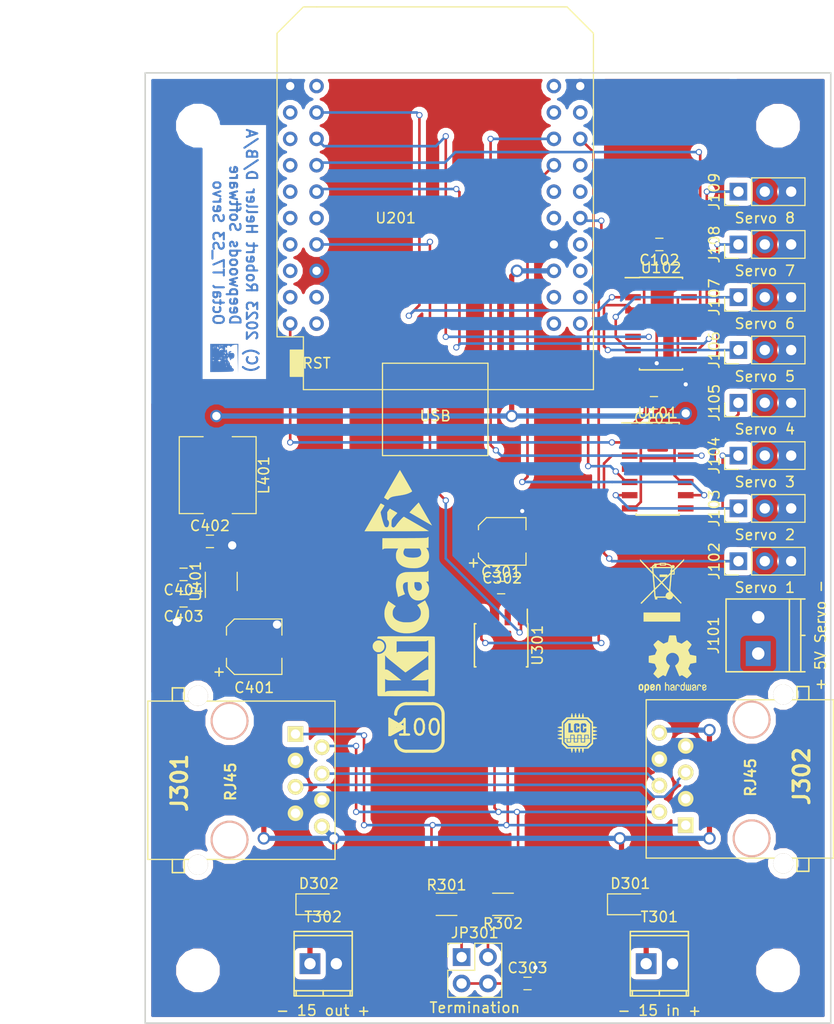
<source format=kicad_pcb>
(kicad_pcb (version 4) (host pcbnew 4.0.7+dfsg1-1ubuntu2)
  (layers (0 F.Cu signal) (31 B.Cu signal) (34 B.Paste user) (35 F.Paste user) (36 B.SilkS user) (37 F.SilkS user) (38 B.Mask user) (39 F.Mask user) (44 Edge.Cuts user))
  (net 0 "")
  (net 1 GND)
  (net 2 +5V)
  (net 3 +3V3)
  (net 4 "Net-(C303-Pad1)")
  (net 5 "CAN +12V")
  (net 6 "Net-(C402-Pad2)")
  (net 7 "Net-(C402-Pad1)")
  (net 8 "Net-(D301-Pad2)")
  (net 9 "Net-(D302-Pad1)")
  (net 10 "Net-(J102-Pad1)")
  (net 11 "Net-(J103-Pad1)")
  (net 12 "Net-(J104-Pad1)")
  (net 13 "Net-(J105-Pad1)")
  (net 14 "Net-(J106-Pad1)")
  (net 15 "Net-(J107-Pad1)")
  (net 16 "Net-(J108-Pad1)")
  (net 17 "Net-(J109-Pad1)")
  (net 18 "/CAN Transceiver/CANH")
  (net 19 "/CAN Transceiver/CANL")
  (net 20 "Net-(J301-Pad4)")
  (net 21 "Net-(J301-Pad5)")
  (net 22 "Net-(JP301-Pad1)")
  (net 23 "Net-(JP301-Pad2)")
  (net 24 /MCU/Servo0)
  (net 25 /MCU/Servo1)
  (net 26 /MCU/Servo2)
  (net 27 /MCU/Servo3)
  (net 28 /MCU/Servo4)
  (net 29 /MCU/Servo5)
  (net 30 /MCU/Servo6)
  (net 31 /MCU/Servo7)
  (net 32 "Net-(U201-Pad40)")
  (net 33 "Net-(U201-Pad39)")
  (net 34 "Net-(U201-Pad38)")
  (net 35 "Net-(U201-Pad37)")
  (net 36 "Net-(U201-Pad36)")
  (net 37 "Net-(U201-Pad34)")
  (net 38 "/CAN Transceiver/CAN_RX")
  (net 39 "Net-(U201-Pad31)")
  (net 40 "Net-(U201-Pad30)")
  (net 41 "Net-(U201-Pad29)")
  (net 42 "Net-(U201-Pad28)")
  (net 43 "Net-(U201-Pad24)")
  (net 44 "Net-(U201-Pad23)")
  (net 45 "Net-(U201-Pad21)")
  (net 46 "Net-(U201-Pad20)")
  (net 47 "Net-(U201-Pad18)")
  (net 48 "Net-(U201-Pad17)")
  (net 49 "Net-(U201-Pad15)")
  (net 50 "/CAN Transceiver/CAN_TX")
  (net 51 "Net-(U201-Pad13)")
  (net 52 "Net-(U201-Pad12)")
  (net 53 "Net-(U201-Pad11)")
  (net 54 "Net-(U201-Pad9)")
  (net 55 "Net-(U201-Pad7)")
  (net 56 "Net-(U201-Pad5)")
  (net 57 "Net-(U201-Pad3)")
  (net 58 "Net-(U201-Pad2)")
  (net 59 "Net-(U301-Pad5)")
  (net 60 "Net-(U301-Pad8)")
  (net 61 ServoPower)
  (module Mounting_Holes:MountingHole_3.2mm_M3 (layer F.Cu) (at 30.48 111.76)
    (fp_text reference REF** hide)
    (fp_text value MountingHole_3.2mm_M3 hide)
    (pad 1 np_thru_hole circle (at 0 0) (size 3.2 3.2) (drill 3.2) (layers *.Cu *.Mask))
  )
  (module Mounting_Holes:MountingHole_3.2mm_M3 (layer F.Cu) (at 86.36 111.76)
    (fp_text reference REF** hide)
    (fp_text value MountingHole_3.2mm_M3 hide)
    (pad 1 np_thru_hole circle (at 0 0) (size 3.2 3.2) (drill 3.2) (layers *.Cu *.Mask))
  )
  (module Mounting_Holes:MountingHole_3.2mm_M3 (layer F.Cu) (at 86.36 30.48)
    (fp_text reference REF** hide)
    (fp_text value MountingHole_3.2mm_M3 hide)
    (pad 1 np_thru_hole circle (at 0 0) (size 3.2 3.2) (drill 3.2) (layers *.Cu *.Mask))
  )
  (module Capacitors_SMD:C_0603 (layer F.Cu) (at 74.41 57.15 180)
    (fp_text reference C101 (at 0 -1.5 180) (layer F.SilkS))
    (fp_text value .1uf)
    (pad 2 smd rect (at 0.75 0 180) (size 0.8 0.75) (layers F.Cu F.Paste F.Mask) (net 1 GND))
    (pad 1 smd rect (at -0.75 0 180) (size 0.8 0.75) (layers F.Cu F.Paste F.Mask) (net 2 +5V))
  )
  (module Capacitors_SMD:C_0603 (layer F.Cu) (at 74.93 41.91 180)
    (fp_text reference C102 (at 0 -1.5 180) (layer F.SilkS))
    (fp_text value .1uf)
    (pad 2 smd rect (at 0.75 0 180) (size 0.8 0.75) (layers F.Cu F.Paste F.Mask) (net 1 GND))
    (pad 1 smd rect (at -0.75 0 180) (size 0.8 0.75) (layers F.Cu F.Paste F.Mask) (net 2 +5V))
  )
  (module Capacitors_SMD:C_0603 (layer F.Cu) (at 59.69 74.93)
    (fp_text reference C301 (at 0 -1.5) (layer F.SilkS))
    (fp_text value ".1 uf")
    (pad 2 smd rect (at 0.75 0) (size 0.8 0.75) (layers F.Cu F.Paste F.Mask) (net 1 GND))
    (pad 1 smd rect (at -0.75 0) (size 0.8 0.75) (layers F.Cu F.Paste F.Mask) (net 3 +3V3))
  )
  (module Capacitors_SMD:CP_Elec_4x5.7 (layer F.Cu) (at 59.795 70.485)
    (fp_text reference C302 (at 0 3.54) (layer F.SilkS))
    (fp_text value "15 uf 15V")
    (fp_text user + (at -2.77 2.01) (layer F.SilkS))
    (pad 1 smd rect (at -1.8 0 180) (size 2.6 1.6) (layers F.Cu F.Paste F.Mask) (net 3 +3V3))
    (pad 2 smd rect (at 1.8 0 180) (size 2.6 1.6) (layers F.Cu F.Paste F.Mask) (net 1 GND))
  )
  (module Capacitors_SMD:C_0603 (layer F.Cu) (at 62.23 113.03)
    (fp_text reference C303 (at 0 -1.5) (layer F.SilkS))
    (fp_text value "47 nf")
    (pad 2 smd rect (at 0.75 0) (size 0.8 0.75) (layers F.Cu F.Paste F.Mask) (net 1 GND))
    (pad 1 smd rect (at -0.75 0) (size 0.8 0.75) (layers F.Cu F.Paste F.Mask) (net 4 "Net-(C303-Pad1)"))
  )
  (module Capacitors_SMD:CP_Elec_5x5.3 (layer F.Cu) (at 35.9 80.645)
    (fp_text reference C401 (at 0 3.92) (layer F.SilkS))
    (fp_text value 10uf)
    (fp_text user + (at -3.38 2.34) (layer F.SilkS))
    (pad 1 smd rect (at -2.2 0 180) (size 3 1.6) (layers F.Cu F.Paste F.Mask) (net 5 "CAN +12V"))
    (pad 2 smd rect (at 2.2 0 180) (size 3 1.6) (layers F.Cu F.Paste F.Mask) (net 1 GND))
  )
  (module Capacitors_SMD:C_0603 (layer F.Cu) (at 31.635 70.485)
    (fp_text reference C402 (at 0 -1.5) (layer F.SilkS))
    (fp_text value 100nf)
    (pad 2 smd rect (at 0.75 0) (size 0.8 0.75) (layers F.Cu F.Paste F.Mask) (net 6 "Net-(C402-Pad2)"))
    (pad 1 smd rect (at -0.75 0) (size 0.8 0.75) (layers F.Cu F.Paste F.Mask) (net 7 "Net-(C402-Pad1)"))
  )
  (module Capacitors_SMD:C_0603 (layer F.Cu) (at 29.095 76.2 180)
    (fp_text reference C403 (at 0 -1.5 180) (layer F.SilkS))
    (fp_text value 22uf)
    (pad 2 smd rect (at 0.75 0 180) (size 0.8 0.75) (layers F.Cu F.Paste F.Mask) (net 1 GND))
    (pad 1 smd rect (at -0.75 0 180) (size 0.8 0.75) (layers F.Cu F.Paste F.Mask) (net 2 +5V))
  )
  (module Capacitors_SMD:C_0603 (layer F.Cu) (at 29.095 73.66 180)
    (fp_text reference C404 (at 0 -1.5 180) (layer F.SilkS))
    (fp_text value 22uf)
    (pad 2 smd rect (at 0.75 0 180) (size 0.8 0.75) (layers F.Cu F.Paste F.Mask) (net 1 GND))
    (pad 1 smd rect (at -0.75 0 180) (size 0.8 0.75) (layers F.Cu F.Paste F.Mask) (net 2 +5V))
  )
  (module Diodes_SMD:D_PowerDI-123 (layer F.Cu) (at 72.135 105.41)
    (fp_text reference D301 (at 0 -2) (layer F.SilkS))
    (fp_text value DFLS240-7)
    (pad 1 smd rect (at -0.85 0 180) (size 2.4 1.5) (layers F.Cu F.Paste F.Mask) (net 5 "CAN +12V"))
    (pad 2 smd rect (at 1.525 0 180) (size 1.05 1.5) (layers F.Cu F.Paste F.Mask) (net 8 "Net-(D301-Pad2)"))
  )
  (module Diodes_SMD:D_PowerDI-123 (layer F.Cu) (at 42.125 105.41)
    (fp_text reference D302 (at 0 -2) (layer F.SilkS))
    (fp_text value DFLS240-7)
    (pad 1 smd rect (at -0.85 0 180) (size 2.4 1.5) (layers F.Cu F.Paste F.Mask) (net 9 "Net-(D302-Pad1)"))
    (pad 2 smd rect (at 1.525 0 180) (size 1.05 1.5) (layers F.Cu F.Paste F.Mask) (net 5 "CAN +12V"))
  )
  (module Connectors_Terminal_Blocks:TerminalBlock_Pheonix_PT-3.5mm_2pol (layer F.Cu) (at 84.455 81.28 90)
    (fp_text reference J101 (at 1.75 -4.3 90) (layer F.SilkS))
    (fp_text value "+ 5V Servo -" (at 1.75 6 90) (layer F.SilkS))
    (pad 2 thru_hole circle (at 3.5 0 90) (size 2.4 2.4) (drill 1.2) (layers *.Cu *.Mask) (net 1 GND))
    (pad 1 thru_hole rect (at 0 0 90) (size 2.4 2.4) (drill 1.2) (layers *.Cu *.Mask) (net 61 ServoPower))
  )
  (module Pin_Headers:Pin_Header_Straight_1x03_Pitch2.54mm (layer F.Cu) (at 82.55 72.39 90)
    (fp_text reference J102 (at 0 -2.33 90) (layer F.SilkS))
    (fp_text value "Servo 1" (at -2.54 2.54 180) (layer F.SilkS))
    (pad 1 thru_hole rect (at 0 0 90) (size 1.7 1.7) (drill 1) (layers *.Cu *.Mask) (net 10 "Net-(J102-Pad1)"))
    (pad 2 thru_hole oval (at 0 2.54 90) (size 1.7 1.7) (drill 1) (layers *.Cu *.Mask) (net 61 ServoPower))
    (pad 3 thru_hole oval (at 0 5.08 90) (size 1.7 1.7) (drill 1) (layers *.Cu *.Mask) (net 1 GND))
  )
  (module Pin_Headers:Pin_Header_Straight_1x03_Pitch2.54mm (layer F.Cu) (at 82.55 67.31 90)
    (fp_text reference J103 (at 0 -2.33 90) (layer F.SilkS))
    (fp_text value "Servo 2" (at -2.54 2.54 180) (layer F.SilkS))
    (pad 1 thru_hole rect (at 0 0 90) (size 1.7 1.7) (drill 1) (layers *.Cu *.Mask) (net 11 "Net-(J103-Pad1)"))
    (pad 2 thru_hole oval (at 0 2.54 90) (size 1.7 1.7) (drill 1) (layers *.Cu *.Mask) (net 61 ServoPower))
    (pad 3 thru_hole oval (at 0 5.08 90) (size 1.7 1.7) (drill 1) (layers *.Cu *.Mask) (net 1 GND))
  )
  (module Pin_Headers:Pin_Header_Straight_1x03_Pitch2.54mm (layer F.Cu) (at 82.55 62.23 90)
    (fp_text reference J104 (at 0 -2.33 90) (layer F.SilkS))
    (fp_text value "Servo 3" (at -2.54 2.54 180) (layer F.SilkS))
    (pad 1 thru_hole rect (at 0 0 90) (size 1.7 1.7) (drill 1) (layers *.Cu *.Mask) (net 12 "Net-(J104-Pad1)"))
    (pad 2 thru_hole oval (at 0 2.54 90) (size 1.7 1.7) (drill 1) (layers *.Cu *.Mask) (net 61 ServoPower))
    (pad 3 thru_hole oval (at 0 5.08 90) (size 1.7 1.7) (drill 1) (layers *.Cu *.Mask) (net 1 GND))
  )
  (module Pin_Headers:Pin_Header_Straight_1x03_Pitch2.54mm (layer F.Cu) (at 82.55 57.15 90)
    (fp_text reference J105 (at 0 -2.33 90) (layer F.SilkS))
    (fp_text value "Servo 4" (at -2.54 2.54 180) (layer F.SilkS))
    (pad 1 thru_hole rect (at 0 0 90) (size 1.7 1.7) (drill 1) (layers *.Cu *.Mask) (net 13 "Net-(J105-Pad1)"))
    (pad 2 thru_hole oval (at 0 2.54 90) (size 1.7 1.7) (drill 1) (layers *.Cu *.Mask) (net 61 ServoPower))
    (pad 3 thru_hole oval (at 0 5.08 90) (size 1.7 1.7) (drill 1) (layers *.Cu *.Mask) (net 1 GND))
  )
  (module Pin_Headers:Pin_Header_Straight_1x03_Pitch2.54mm (layer F.Cu) (at 82.55 52.07 90)
    (fp_text reference J106 (at 0 -2.33 90) (layer F.SilkS))
    (fp_text value "Servo 5" (at -2.54 2.54 180) (layer F.SilkS))
    (pad 1 thru_hole rect (at 0 0 90) (size 1.7 1.7) (drill 1) (layers *.Cu *.Mask) (net 14 "Net-(J106-Pad1)"))
    (pad 2 thru_hole oval (at 0 2.54 90) (size 1.7 1.7) (drill 1) (layers *.Cu *.Mask) (net 61 ServoPower))
    (pad 3 thru_hole oval (at 0 5.08 90) (size 1.7 1.7) (drill 1) (layers *.Cu *.Mask) (net 1 GND))
  )
  (module Pin_Headers:Pin_Header_Straight_1x03_Pitch2.54mm (layer F.Cu) (at 82.55 46.99 90)
    (fp_text reference J107 (at 0 -2.33 90) (layer F.SilkS))
    (fp_text value "Servo 6" (at -2.54 2.54 180) (layer F.SilkS))
    (pad 1 thru_hole rect (at 0 0 90) (size 1.7 1.7) (drill 1) (layers *.Cu *.Mask) (net 15 "Net-(J107-Pad1)"))
    (pad 2 thru_hole oval (at 0 2.54 90) (size 1.7 1.7) (drill 1) (layers *.Cu *.Mask) (net 61 ServoPower))
    (pad 3 thru_hole oval (at 0 5.08 90) (size 1.7 1.7) (drill 1) (layers *.Cu *.Mask) (net 1 GND))
  )
  (module Pin_Headers:Pin_Header_Straight_1x03_Pitch2.54mm (layer F.Cu) (at 82.55 41.91 90)
    (fp_text reference J108 (at 0 -2.33 90) (layer F.SilkS))
    (fp_text value "Servo 7" (at -2.54 2.54 180) (layer F.SilkS))
    (pad 1 thru_hole rect (at 0 0 90) (size 1.7 1.7) (drill 1) (layers *.Cu *.Mask) (net 16 "Net-(J108-Pad1)"))
    (pad 2 thru_hole oval (at 0 2.54 90) (size 1.7 1.7) (drill 1) (layers *.Cu *.Mask) (net 61 ServoPower))
    (pad 3 thru_hole oval (at 0 5.08 90) (size 1.7 1.7) (drill 1) (layers *.Cu *.Mask) (net 1 GND))
  )
  (module Pin_Headers:Pin_Header_Straight_1x03_Pitch2.54mm (layer F.Cu) (at 82.55 36.83 90)
    (fp_text reference J109 (at 0 -2.33 90) (layer F.SilkS))
    (fp_text value "Servo 8" (at -2.54 2.54 180) (layer F.SilkS))
    (pad 1 thru_hole rect (at 0 0 90) (size 1.7 1.7) (drill 1) (layers *.Cu *.Mask) (net 17 "Net-(J109-Pad1)"))
    (pad 2 thru_hole oval (at 0 2.54 90) (size 1.7 1.7) (drill 1) (layers *.Cu *.Mask) (net 61 ServoPower))
    (pad 3 thru_hole oval (at 0 5.08 90) (size 1.7 1.7) (drill 1) (layers *.Cu *.Mask) (net 1 GND))
  )
  (module RJ45-8N-S:RJ45_8N-S (layer F.Cu) (at 33.528 93.472 270)
    (fp_text reference J301 (at 0.254 4.826 270) (layer F.SilkS) (effects (font (thickness 0.3048))))
    (fp_text value RJ45 (at 0.14224 -0.1016 270) (layer F.SilkS) (effects (font (size 1.00076 1.00076) (thickness 0.2032))))
    (pad "" np_thru_hole circle (at 5.715 0 270) (size 3.64998 3.64998) (drill 3.2512) (layers *.Cu *.SilkS *.Mask))
    (pad "" np_thru_hole circle (at -5.715 0 270) (size 3.64998 3.64998) (drill 3.2512) (layers *.Cu *.SilkS *.Mask))
    (pad 1 thru_hole rect (at -4.445 -6.35 270) (size 1.50114 1.50114) (drill 0.89916) (layers *.Cu *.Mask F.SilkS) (net 18 "/CAN Transceiver/CANH"))
    (pad 2 thru_hole circle (at -3.175 -8.89 270) (size 1.50114 1.50114) (drill 0.89916) (layers *.Cu *.Mask F.SilkS) (net 19 "/CAN Transceiver/CANL"))
    (pad 3 thru_hole circle (at -1.905 -6.35 270) (size 1.50114 1.50114) (drill 0.89916) (layers *.Cu *.Mask F.SilkS) (net 1 GND))
    (pad 4 thru_hole circle (at -0.635 -8.89 270) (size 1.50114 1.50114) (drill 0.89916) (layers *.Cu *.Mask F.SilkS) (net 20 "Net-(J301-Pad4)"))
    (pad 5 thru_hole circle (at 0.635 -6.35 270) (size 1.50114 1.50114) (drill 0.89916) (layers *.Cu *.Mask F.SilkS) (net 21 "Net-(J301-Pad5)"))
    (pad 6 thru_hole circle (at 1.905 -8.89 270) (size 1.50114 1.50114) (drill 0.89916) (layers *.Cu *.Mask F.SilkS) (net 1 GND))
    (pad 7 thru_hole circle (at 3.175 -6.35 270) (size 1.50114 1.50114) (drill 0.89916) (layers *.Cu *.Mask F.SilkS) (net 1 GND))
    (pad 8 thru_hole circle (at 4.445 -8.89 270) (size 1.50114 1.50114) (drill 0.89916) (layers *.Cu *.Mask F.SilkS) (net 5 "CAN +12V"))
    (pad "" thru_hole circle (at -8.128 3.048 270) (size 1.9304 1.9304) (drill 1.9304) (layers *.Cu *.Mask F.SilkS))
    (pad "" thru_hole circle (at 8.128 3.048 270) (size 1.9304 1.9304) (drill 1.9304) (layers *.Cu *.Mask F.SilkS))
  )
  (module RJ45-8N-S:RJ45_8N-S (layer F.Cu) (at 83.82 93.345 90)
    (fp_text reference J302 (at 0.254 4.826 90) (layer F.SilkS) (effects (font (thickness 0.3048))))
    (fp_text value RJ45 (at 0.14224 -0.1016 90) (layer F.SilkS) (effects (font (size 1.00076 1.00076) (thickness 0.2032))))
    (pad "" np_thru_hole circle (at 5.715 0 90) (size 3.64998 3.64998) (drill 3.2512) (layers *.Cu *.SilkS *.Mask))
    (pad "" np_thru_hole circle (at -5.715 0 90) (size 3.64998 3.64998) (drill 3.2512) (layers *.Cu *.SilkS *.Mask))
    (pad 1 thru_hole rect (at -4.445 -6.35 90) (size 1.50114 1.50114) (drill 0.89916) (layers *.Cu *.Mask F.SilkS) (net 18 "/CAN Transceiver/CANH"))
    (pad 2 thru_hole circle (at -3.175 -8.89 90) (size 1.50114 1.50114) (drill 0.89916) (layers *.Cu *.Mask F.SilkS) (net 19 "/CAN Transceiver/CANL"))
    (pad 3 thru_hole circle (at -1.905 -6.35 90) (size 1.50114 1.50114) (drill 0.89916) (layers *.Cu *.Mask F.SilkS) (net 1 GND))
    (pad 4 thru_hole circle (at -0.635 -8.89 90) (size 1.50114 1.50114) (drill 0.89916) (layers *.Cu *.Mask F.SilkS) (net 20 "Net-(J301-Pad4)"))
    (pad 5 thru_hole circle (at 0.635 -6.35 90) (size 1.50114 1.50114) (drill 0.89916) (layers *.Cu *.Mask F.SilkS) (net 21 "Net-(J301-Pad5)"))
    (pad 6 thru_hole circle (at 1.905 -8.89 90) (size 1.50114 1.50114) (drill 0.89916) (layers *.Cu *.Mask F.SilkS) (net 1 GND))
    (pad 7 thru_hole circle (at 3.175 -6.35 90) (size 1.50114 1.50114) (drill 0.89916) (layers *.Cu *.Mask F.SilkS) (net 1 GND))
    (pad 8 thru_hole circle (at 4.445 -8.89 90) (size 1.50114 1.50114) (drill 0.89916) (layers *.Cu *.Mask F.SilkS) (net 5 "CAN +12V"))
    (pad "" thru_hole circle (at -8.128 3.048 90) (size 1.9304 1.9304) (drill 1.9304) (layers *.Cu *.Mask F.SilkS))
    (pad "" thru_hole circle (at 8.128 3.048 90) (size 1.9304 1.9304) (drill 1.9304) (layers *.Cu *.Mask F.SilkS))
  )
  (module Pin_Headers:Pin_Header_Straight_2x02_Pitch2.54mm (layer F.Cu) (at 55.88 110.49)
    (fp_text reference JP301 (at 1.27 -2.33) (layer F.SilkS))
    (fp_text value Termination (at 1.27 4.87) (layer F.SilkS))
    (pad 1 thru_hole rect (at 0 0) (size 1.7 1.7) (drill 1) (layers *.Cu *.Mask) (net 22 "Net-(JP301-Pad1)"))
    (pad 2 thru_hole oval (at 2.54 0) (size 1.7 1.7) (drill 1) (layers *.Cu *.Mask) (net 23 "Net-(JP301-Pad2)"))
    (pad 3 thru_hole oval (at 0 2.54) (size 1.7 1.7) (drill 1) (layers *.Cu *.Mask) (net 4 "Net-(C303-Pad1)"))
    (pad 4 thru_hole oval (at 2.54 2.54) (size 1.7 1.7) (drill 1) (layers *.Cu *.Mask) (net 4 "Net-(C303-Pad1)"))
  )
  (module Inductors_SMD:L_7.3x7.3_H4.5 (layer F.Cu) (at 32.385 64.11 270)
    (fp_text reference L401 (at 0 -4.45 270) (layer F.SilkS))
    (fp_text value 4.7uH)
    (pad 1 smd rect (at -3.2 0 270) (size 1.5 2.2) (layers F.Cu F.Paste F.Mask) (net 2 +5V))
    (pad 2 smd rect (at 3.2 0 270) (size 1.5 2.2) (layers F.Cu F.Paste F.Mask) (net 6 "Net-(C402-Pad2)"))
  )
  (module Resistors_SMD:R_1206 (layer F.Cu) (at 54.43 105.41)
    (fp_text reference R301 (at 0 -1.85) (layer F.SilkS))
    (fp_text value "60 Ohms")
    (pad 1 smd rect (at -1.45 0) (size 0.9 1.7) (layers F.Cu F.Paste F.Mask) (net 18 "/CAN Transceiver/CANH"))
    (pad 2 smd rect (at 1.45 0) (size 0.9 1.7) (layers F.Cu F.Paste F.Mask) (net 22 "Net-(JP301-Pad1)"))
  )
  (module Resistors_SMD:R_1206 (layer F.Cu) (at 59.87 105.41 180)
    (fp_text reference R302 (at 0 -1.85 180) (layer F.SilkS))
    (fp_text value "60 Ohms")
    (pad 1 smd rect (at -1.45 0 180) (size 0.9 1.7) (layers F.Cu F.Paste F.Mask) (net 19 "/CAN Transceiver/CANL"))
    (pad 2 smd rect (at 1.45 0 180) (size 0.9 1.7) (layers F.Cu F.Paste F.Mask) (net 23 "Net-(JP301-Pad2)"))
  )
  (module Connectors_Terminal_Blocks:TerminalBlock_Pheonix_MPT-2.54mm_2pol (layer F.Cu) (at 73.66 111.125)
    (fp_text reference T301 (at 1.27 -4.50088) (layer F.SilkS))
    (fp_text value "- 15 in +" (at 1.27 4.50088) (layer F.SilkS))
    (pad 2 thru_hole oval (at 2.54 0) (size 1.99898 1.99898) (drill 1.09728) (layers *.Cu *.Mask) (net 1 GND))
    (pad 1 thru_hole rect (at 0 0) (size 1.99898 1.99898) (drill 1.09728) (layers *.Cu *.Mask) (net 8 "Net-(D301-Pad2)"))
  )
  (module Connectors_Terminal_Blocks:TerminalBlock_Pheonix_MPT-2.54mm_2pol (layer F.Cu) (at 41.275 111.125)
    (fp_text reference T302 (at 1.27 -4.50088) (layer F.SilkS))
    (fp_text value "- 15 out +" (at 1.27 4.50088) (layer F.SilkS))
    (pad 2 thru_hole oval (at 2.54 0) (size 1.99898 1.99898) (drill 1.09728) (layers *.Cu *.Mask) (net 1 GND))
    (pad 1 thru_hole rect (at 0 0) (size 1.99898 1.99898) (drill 1.09728) (layers *.Cu *.Mask) (net 9 "Net-(D302-Pad1)"))
  )
  (module Housings_SOIC:SOIC-14_3.9x8.7mm_Pitch1.27mm (layer F.Cu) (at 74.77 63.5)
    (fp_text reference U101 (at 0 -5.375) (layer F.SilkS))
    (fp_text value 74LV125AN)
    (pad 1 smd rect (at -2.7 -3.81) (size 1.5 0.6) (layers F.Cu F.Paste F.Mask) (net 1 GND))
    (pad 2 smd rect (at -2.7 -2.54) (size 1.5 0.6) (layers F.Cu F.Paste F.Mask) (net 24 /MCU/Servo0))
    (pad 3 smd rect (at -2.7 -1.27) (size 1.5 0.6) (layers F.Cu F.Paste F.Mask) (net 10 "Net-(J102-Pad1)"))
    (pad 4 smd rect (at -2.7 0) (size 1.5 0.6) (layers F.Cu F.Paste F.Mask) (net 1 GND))
    (pad 5 smd rect (at -2.7 1.27) (size 1.5 0.6) (layers F.Cu F.Paste F.Mask) (net 25 /MCU/Servo1))
    (pad 6 smd rect (at -2.7 2.54) (size 1.5 0.6) (layers F.Cu F.Paste F.Mask) (net 11 "Net-(J103-Pad1)"))
    (pad 7 smd rect (at -2.7 3.81) (size 1.5 0.6) (layers F.Cu F.Paste F.Mask) (net 1 GND))
    (pad 8 smd rect (at 2.7 3.81) (size 1.5 0.6) (layers F.Cu F.Paste F.Mask) (net 12 "Net-(J104-Pad1)"))
    (pad 9 smd rect (at 2.7 2.54) (size 1.5 0.6) (layers F.Cu F.Paste F.Mask) (net 26 /MCU/Servo2))
    (pad 10 smd rect (at 2.7 1.27) (size 1.5 0.6) (layers F.Cu F.Paste F.Mask) (net 1 GND))
    (pad 11 smd rect (at 2.7 0) (size 1.5 0.6) (layers F.Cu F.Paste F.Mask) (net 13 "Net-(J105-Pad1)"))
    (pad 12 smd rect (at 2.7 -1.27) (size 1.5 0.6) (layers F.Cu F.Paste F.Mask) (net 27 /MCU/Servo3))
    (pad 13 smd rect (at 2.7 -2.54) (size 1.5 0.6) (layers F.Cu F.Paste F.Mask) (net 1 GND))
    (pad 14 smd rect (at 2.7 -3.81) (size 1.5 0.6) (layers F.Cu F.Paste F.Mask) (net 2 +5V))
  )
  (module Housings_SOIC:SOIC-14_3.9x8.7mm_Pitch1.27mm (layer F.Cu) (at 75.09 49.53)
    (fp_text reference U102 (at 0 -5.375) (layer F.SilkS))
    (fp_text value 74LV125AN)
    (pad 1 smd rect (at -2.7 -3.81) (size 1.5 0.6) (layers F.Cu F.Paste F.Mask) (net 1 GND))
    (pad 2 smd rect (at -2.7 -2.54) (size 1.5 0.6) (layers F.Cu F.Paste F.Mask) (net 28 /MCU/Servo4))
    (pad 3 smd rect (at -2.7 -1.27) (size 1.5 0.6) (layers F.Cu F.Paste F.Mask) (net 14 "Net-(J106-Pad1)"))
    (pad 4 smd rect (at -2.7 0) (size 1.5 0.6) (layers F.Cu F.Paste F.Mask) (net 1 GND))
    (pad 5 smd rect (at -2.7 1.27) (size 1.5 0.6) (layers F.Cu F.Paste F.Mask) (net 29 /MCU/Servo5))
    (pad 6 smd rect (at -2.7 2.54) (size 1.5 0.6) (layers F.Cu F.Paste F.Mask) (net 15 "Net-(J107-Pad1)"))
    (pad 7 smd rect (at -2.7 3.81) (size 1.5 0.6) (layers F.Cu F.Paste F.Mask) (net 1 GND))
    (pad 8 smd rect (at 2.7 3.81) (size 1.5 0.6) (layers F.Cu F.Paste F.Mask) (net 16 "Net-(J108-Pad1)"))
    (pad 9 smd rect (at 2.7 2.54) (size 1.5 0.6) (layers F.Cu F.Paste F.Mask) (net 30 /MCU/Servo6))
    (pad 10 smd rect (at 2.7 1.27) (size 1.5 0.6) (layers F.Cu F.Paste F.Mask) (net 1 GND))
    (pad 11 smd rect (at 2.7 0) (size 1.5 0.6) (layers F.Cu F.Paste F.Mask) (net 17 "Net-(J109-Pad1)"))
    (pad 12 smd rect (at 2.7 -1.27) (size 1.5 0.6) (layers F.Cu F.Paste F.Mask) (net 31 /MCU/Servo7))
    (pad 13 smd rect (at 2.7 -2.54) (size 1.5 0.6) (layers F.Cu F.Paste F.Mask) (net 1 GND))
    (pad 14 smd rect (at 2.7 -3.81) (size 1.5 0.6) (layers F.Cu F.Paste F.Mask) (net 2 +5V))
  )
  (module ESP32_mini:ESP32_mini (layer F.Cu) (at 53.34 38.1)
    (fp_text reference U201 (at -3.81 1.27) (layer F.SilkS))
    (fp_text value TTGO-T7_S3-V1.1)
    (fp_text user USB (at 0 20.32) (layer F.SilkS))
    (fp_text user RST (at -11.43 15.24) (layer F.SilkS))
    (pad 40 thru_hole circle (at 13.97 11.43 270) (size 1.4 1.4) (drill 0.8) (layers *.Cu *.Mask) (net 32 "Net-(U201-Pad40)"))
    (pad 39 thru_hole circle (at 11.43 11.43 270) (size 1.4 1.4) (drill 0.8) (layers *.Cu *.Mask) (net 33 "Net-(U201-Pad39)"))
    (pad 38 thru_hole circle (at 13.97 8.89 270) (size 1.4 1.4) (drill 0.8) (layers *.Cu *.Mask) (net 34 "Net-(U201-Pad38)"))
    (pad 37 thru_hole circle (at 11.43 8.89 270) (size 1.4 1.4) (drill 0.8) (layers *.Cu *.Mask) (net 35 "Net-(U201-Pad37)"))
    (pad 36 thru_hole circle (at 13.97 6.35 270) (size 1.4 1.4) (drill 0.8) (layers *.Cu *.Mask) (net 36 "Net-(U201-Pad36)"))
    (pad 35 thru_hole circle (at 11.43 6.35 270) (size 1.4 1.4) (drill 0.8) (layers *.Cu *.Mask) (net 2 +5V))
    (pad 34 thru_hole circle (at 13.97 3.81 270) (size 1.4 1.4) (drill 0.8) (layers *.Cu *.Mask) (net 37 "Net-(U201-Pad34)"))
    (pad 33 thru_hole circle (at 11.43 3.81 270) (size 1.4 1.4) (drill 0.8) (layers *.Cu *.Mask) (net 1 GND))
    (pad 32 thru_hole circle (at 13.97 1.27 270) (size 1.4 1.4) (drill 0.8) (layers *.Cu *.Mask) (net 38 "/CAN Transceiver/CAN_RX"))
    (pad 31 thru_hole circle (at 11.43 1.27 270) (size 1.4 1.4) (drill 0.8) (layers *.Cu *.Mask) (net 39 "Net-(U201-Pad31)"))
    (pad 30 thru_hole circle (at 13.97 -1.27 270) (size 1.4 1.4) (drill 0.8) (layers *.Cu *.Mask) (net 40 "Net-(U201-Pad30)"))
    (pad 29 thru_hole circle (at 11.43 -1.27 270) (size 1.4 1.4) (drill 0.8) (layers *.Cu *.Mask) (net 41 "Net-(U201-Pad29)"))
    (pad 28 thru_hole circle (at 13.97 -3.81 270) (size 1.4 1.4) (drill 0.8) (layers *.Cu *.Mask) (net 42 "Net-(U201-Pad28)"))
    (pad 27 thru_hole circle (at 11.43 -3.81 270) (size 1.4 1.4) (drill 0.8) (layers *.Cu *.Mask) (net 26 /MCU/Servo2))
    (pad 26 thru_hole circle (at 13.97 -6.35 270) (size 1.4 1.4) (drill 0.8) (layers *.Cu *.Mask) (net 25 /MCU/Servo1))
    (pad 25 thru_hole circle (at 11.43 -6.35 270) (size 1.4 1.4) (drill 0.8) (layers *.Cu *.Mask) (net 27 /MCU/Servo3))
    (pad 24 thru_hole circle (at 13.97 -8.89 270) (size 1.4 1.4) (drill 0.8) (layers *.Cu *.Mask) (net 43 "Net-(U201-Pad24)"))
    (pad 23 thru_hole circle (at 11.43 -8.89 270) (size 1.4 1.4) (drill 0.8) (layers *.Cu *.Mask) (net 44 "Net-(U201-Pad23)"))
    (pad 22 thru_hole circle (at 13.97 -11.43 270) (size 1.4 1.4) (drill 0.8) (layers *.Cu *.Mask) (net 1 GND))
    (pad 21 thru_hole circle (at 11.43 -11.43 270) (size 1.4 1.4) (drill 0.8) (layers *.Cu *.Mask) (net 45 "Net-(U201-Pad21)"))
    (pad 20 thru_hole circle (at -11.43 11.43 270) (size 1.4 1.4) (drill 0.8) (layers *.Cu *.Mask) (net 46 "Net-(U201-Pad20)"))
    (pad 19 thru_hole circle (at -13.97 11.43 270) (size 1.4 1.4) (drill 0.8) (layers *.Cu *.Mask) (net 24 /MCU/Servo0))
    (pad 18 thru_hole circle (at -11.43 8.89 270) (size 1.4 1.4) (drill 0.8) (layers *.Cu *.Mask) (net 47 "Net-(U201-Pad18)"))
    (pad 17 thru_hole circle (at -13.97 8.89 270) (size 1.4 1.4) (drill 0.8) (layers *.Cu *.Mask) (net 48 "Net-(U201-Pad17)"))
    (pad 16 thru_hole circle (at -11.43 6.35 270) (size 1.4 1.4) (drill 0.8) (layers *.Cu *.Mask) (net 3 +3V3))
    (pad 15 thru_hole circle (at -13.97 6.35 270) (size 1.4 1.4) (drill 0.8) (layers *.Cu *.Mask) (net 49 "Net-(U201-Pad15)"))
    (pad 14 thru_hole circle (at -11.43 3.81 270) (size 1.4 1.4) (drill 0.8) (layers *.Cu *.Mask) (net 50 "/CAN Transceiver/CAN_TX"))
    (pad 13 thru_hole circle (at -13.97 3.81 270) (size 1.4 1.4) (drill 0.8) (layers *.Cu *.Mask) (net 51 "Net-(U201-Pad13)"))
    (pad 12 thru_hole circle (at -11.43 1.27 270) (size 1.4 1.4) (drill 0.8) (layers *.Cu *.Mask) (net 52 "Net-(U201-Pad12)"))
    (pad 11 thru_hole circle (at -13.97 1.27 270) (size 1.4 1.4) (drill 0.8) (layers *.Cu *.Mask) (net 53 "Net-(U201-Pad11)"))
    (pad 10 thru_hole circle (at -11.43 -1.27 270) (size 1.4 1.4) (drill 0.8) (layers *.Cu *.Mask) (net 30 /MCU/Servo6))
    (pad 9 thru_hole circle (at -13.97 -1.27 270) (size 1.4 1.4) (drill 0.8) (layers *.Cu *.Mask) (net 54 "Net-(U201-Pad9)"))
    (pad 8 thru_hole circle (at -11.43 -3.81 270) (size 1.4 1.4) (drill 0.8) (layers *.Cu *.Mask) (net 31 /MCU/Servo7))
    (pad 7 thru_hole circle (at -13.97 -3.81 270) (size 1.4 1.4) (drill 0.8) (layers *.Cu *.Mask) (net 55 "Net-(U201-Pad7)"))
    (pad 6 thru_hole circle (at -11.43 -6.35 270) (size 1.4 1.4) (drill 0.8) (layers *.Cu *.Mask) (net 29 /MCU/Servo5))
    (pad 5 thru_hole circle (at -13.97 -6.35 270) (size 1.4 1.4) (drill 0.8) (layers *.Cu *.Mask) (net 56 "Net-(U201-Pad5)"))
    (pad 4 thru_hole circle (at -11.43 -8.89 270) (size 1.4 1.4) (drill 0.8) (layers *.Cu *.Mask) (net 28 /MCU/Servo4))
    (pad 3 thru_hole circle (at -13.97 -8.89 270) (size 1.4 1.4) (drill 0.8) (layers *.Cu *.Mask) (net 57 "Net-(U201-Pad3)"))
    (pad 1 thru_hole circle (at -13.97 -11.43 270) (size 1.4 1.4) (drill 0.8) (layers *.Cu *.Mask) (net 1 GND))
    (pad 2 thru_hole circle (at -11.43 -11.43 270) (size 1.4 1.4) (drill 0.8) (layers *.Cu *.Mask) (net 58 "Net-(U201-Pad2)"))
  )
  (module Housings_SOIC:SOIC-8_3.9x4.9mm_Pitch1.27mm (layer F.Cu) (at 59.69 80.485 270)
    (fp_text reference U301 (at 0 -3.5 270) (layer F.SilkS))
    (fp_text value TCAN332DR)
    (pad 1 smd rect (at -2.7 -1.905 270) (size 1.55 0.6) (layers F.Cu F.Paste F.Mask) (net 50 "/CAN Transceiver/CAN_TX"))
    (pad 2 smd rect (at -2.7 -0.635 270) (size 1.55 0.6) (layers F.Cu F.Paste F.Mask) (net 1 GND))
    (pad 3 smd rect (at -2.7 0.635 270) (size 1.55 0.6) (layers F.Cu F.Paste F.Mask) (net 3 +3V3))
    (pad 4 smd rect (at -2.7 1.905 270) (size 1.55 0.6) (layers F.Cu F.Paste F.Mask) (net 38 "/CAN Transceiver/CAN_RX"))
    (pad 5 smd rect (at 2.7 1.905 270) (size 1.55 0.6) (layers F.Cu F.Paste F.Mask) (net 59 "Net-(U301-Pad5)"))
    (pad 6 smd rect (at 2.7 0.635 270) (size 1.55 0.6) (layers F.Cu F.Paste F.Mask) (net 19 "/CAN Transceiver/CANL"))
    (pad 7 smd rect (at 2.7 -0.635 270) (size 1.55 0.6) (layers F.Cu F.Paste F.Mask) (net 18 "/CAN Transceiver/CANH"))
    (pad 8 smd rect (at 2.7 -1.905 270) (size 1.55 0.6) (layers F.Cu F.Paste F.Mask) (net 60 "Net-(U301-Pad8)"))
  )
  (module TO_SOT_Packages_SMD:TSOT-23-6_MK06A (layer F.Cu) (at 32.705 74.335 90)
    (fp_text reference U401 (at 0 -2.45 90) (layer F.SilkS))
    (fp_text value AP63205)
    (pad 1 smd rect (at -1.31 -0.95 90) (size 1.22 0.65) (layers F.Cu F.Paste F.Mask) (net 2 +5V))
    (pad 2 smd rect (at -1.31 0 90) (size 1.22 0.65) (layers F.Cu F.Paste F.Mask) (net 5 "CAN +12V"))
    (pad 3 smd rect (at -1.31 0.95 90) (size 1.22 0.65) (layers F.Cu F.Paste F.Mask) (net 5 "CAN +12V"))
    (pad 4 smd rect (at 1.31 0.95 90) (size 1.22 0.65) (layers F.Cu F.Paste F.Mask) (net 1 GND))
    (pad 5 smd rect (at 1.31 0 90) (size 1.22 0.65) (layers F.Cu F.Paste F.Mask) (net 6 "Net-(C402-Pad2)"))
    (pad 6 smd rect (at 1.31 -0.95 90) (size 1.22 0.65) (layers F.Cu F.Paste F.Mask) (net 7 "Net-(C402-Pad1)"))
  )
  (module Mounting_Holes:MountingHole_3.2mm_M3 (layer F.Cu) (at 30.48 30.48)
    (fp_text reference REF** hide)
    (fp_text value MountingHole_3.2mm_M3 hide)
    (pad 1 np_thru_hole circle (at 0 0) (size 3.2 3.2) (drill 3.2) (layers *.Cu *.Mask))
  )
  (module DWSLogoBCU:DWSLogoBCU (layer F.Cu) (at 33.02 52.832 270)
    (fp_text reference "" (at 0 0 270) (layer F.SilkS))
    (fp_text value "" (at 0 0 270) (layer F.SilkS))
    (fp_poly (pts (xy 1.397 -1.31826) (xy 0.0635 -1.29286) (xy -1.27 -1.26492) (xy -1.27 -1.01854) (xy -1.2192 -0.79502) (xy -1.12268 -0.6858) (xy -1.04648 -0.61722) (xy -1.0795 -0.5969) (xy -1.16586 -0.52324) (xy -1.18618 -0.42418) (xy -1.15824 -0.28956) (xy -1.12268 -0.26416) (xy -0.9779 -0.26416) (xy -0.97028 -0.20828) (xy -1.016 -0.17018) (xy -1.06934 -0.11176) (xy -0.9779 -0.0889) (xy -0.889 -0.0889) (xy -0.72898 -0.09906) (xy -0.7239 -0.1397) (xy -0.762 -0.17018) (xy -0.83312 -0.23368) (xy -0.75184 -0.254) (xy -0.71882 -0.254) (xy -0.51054 -0.30226) (xy -0.42418 -0.34798) (xy -0.34544 -0.41402) (xy -0.41148 -0.40386) (xy -0.43688 -0.3937) (xy -0.58166 -0.41656) (xy -0.62738 -0.47752) (xy -0.6731 -0.62738) (xy -0.635 -0.67564) (xy -0.58928 -0.67818) (xy -0.54102 -0.62484) (xy -0.5588 -0.57912) (xy -0.56896 -0.5207) (xy -0.52832 -0.53848) (xy -0.47244 -0.65532) (xy -0.48006 -0.75184) (xy -0.4572 -0.90424) (xy -0.30988 -0.9779) (xy -0.09144 -0.95758) (xy 0.04572 -0.86614) (xy 0.0635 -0.77216) (xy 0.09652 -0.66802) (xy 0.15494 -0.65786) (xy 0.22352 -0.63246) (xy 0.21336 -0.59436) (xy 0.0889 -0.51562) (xy 0.0381 -0.508) (xy -0.07366 -0.46482) (xy -0.05588 -0.37338) (xy 0.04318 -0.30734) (xy 0.19304 -0.32512) (xy 0.3429 -0.42926) (xy 0.49276 -0.53594) (xy 0.5969 -0.54864) (xy 0.69088 -0.56896) (xy 0.72898 -0.62992) (xy 0.80772 -0.71882) (xy 0.85598 -0.71374) (xy 0.94488 -0.7366) (xy 0.98298 -0.8001) (xy 1.08966 -0.91694) (xy 1.22428 -0.90678) (xy 1.2954 -0.81788) (xy 1.31318 -0.69088) (xy 1.32842 -0.43434) (xy 1.34112 -0.08382) (xy 1.34874 0.32512) (xy 1.35636 1.35382) (xy 0.84582 1.35382) (xy 0.84582 -0.21082) (xy 0.80518 -0.254) (xy 0.762 -0.21082) (xy 0.80518 -0.17018) (xy 0.84582 -0.21082) (xy 0.84582 1.35382) (xy 0.508 1.35382) (xy 0.508 -0.127) (xy 0.508 -0.381) (xy 0.46482 -0.42418) (xy 0.42418 -0.381) (xy 0.46482 -0.33782) (xy 0.508 -0.381) (xy 0.508 -0.127) (xy 0.46482 -0.17018) (xy 0.42418 -0.127) (xy 0.46482 -0.08382) (xy 0.508 -0.127) (xy 0.508 1.35382) (xy 0.33782 1.35382) (xy 0.33782 0.46482) (xy 0.2921 0.35306) (xy 0.254 0.33782) (xy 0.1778 0.4064) (xy 0.17018 0.46482) (xy 0.21336 0.57912) (xy 0.254 0.59182) (xy 0.32766 0.52324) (xy 0.33782 0.46482) (xy 0.33782 1.35382) (xy 0.32258 1.35382) (xy 0.32258 1.06934) (xy 0.30988 1.04394) (xy 0.20828 1.03378) (xy 0.19812 1.04394) (xy 0.20828 1.09474) (xy 0.254 1.09982) (xy 0.32258 1.06934) (xy 0.32258 1.35382) (xy 0.14986 1.35382) (xy 0.14986 -0.12954) (xy 0.1397 -0.14224) (xy 0.09144 -0.12954) (xy 0.08382 -0.08382) (xy 0.1143 -0.01524) (xy 0.1397 -0.02794) (xy 0.14986 -0.12954) (xy 0.14986 1.35382) (xy 0.06858 1.35382) (xy 0.06858 0.30734) (xy 0.05588 0.28194) (xy -0.04572 0.27178) (xy -0.05588 0.28194) (xy -0.04572 0.33274) (xy 0 0.33782) (xy 0.06858 0.30734) (xy 0.06858 1.35382) (xy 0 1.35382) (xy 0 1.05918) (xy -0.04318 1.016) (xy -0.08382 1.05918) (xy -0.04318 1.09982) (xy 0 1.05918) (xy 0 1.35382) (xy -0.17018 1.35382) (xy -0.17018 -0.29718) (xy -0.21082 -0.33782) (xy -0.254 -0.29718) (xy -0.21082 -0.254) (xy -0.17018 -0.29718) (xy -0.17018 1.35382) (xy -0.18796 1.35382) (xy -0.18796 -0.04572) (xy -0.19812 -0.05588) (xy -0.24892 -0.04572) (xy -0.254 0) (xy -0.22352 0.06858) (xy -0.19812 0.05588) (xy -0.18796 -0.04572) (xy -0.18796 1.35382) (xy -0.37846 1.35382) (xy -0.37846 -0.1524) (xy -0.4699 -0.14478) (xy -0.53086 -0.09652) (xy -0.5842 -0.0254) (xy -0.50038 -0.04318) (xy -0.4826 -0.04826) (xy -0.381 -0.1143) (xy -0.37846 -0.1524) (xy -0.37846 1.35382) (xy -0.6985 1.35382) (xy -0.6985 0.4953) (xy -0.70612 0.44958) (xy -0.75946 0.38354) (xy -0.81534 0.23368) (xy -0.8001 0.16002) (xy -0.78486 0.09652) (xy -0.83312 0.11938) (xy -0.92456 0.24638) (xy -0.89916 0.39116) (xy -0.8255 0.45212) (xy -0.6985 0.4953) (xy -0.6985 1.35382) (xy -0.84582 1.35382) (xy -0.84582 0.59436) (xy -0.90932 0.54864) (xy -0.97282 0.56134) (xy -1.08458 0.6223) (xy -1.09982 0.64262) (xy -1.03124 0.6731) (xy -0.97282 0.67818) (xy -0.86106 0.63246) (xy -0.84582 0.59436) (xy -0.84582 1.35382) (xy -0.93218 1.35382) (xy -0.93218 1.05918) (xy -0.97282 1.016) (xy -1.016 1.05918) (xy -1.016 0.889) (xy -1.05918 0.84582) (xy -1.09982 0.889) (xy -1.05918 0.93218) (xy -1.016 0.889) (xy -1.016 1.05918) (xy -0.97282 1.09982) (xy -0.93218 1.05918) (xy -0.93218 1.35382) (xy -1.11506 1.35382) (xy -1.11506 0.22352) (xy -1.1303 0.19812) (xy -1.22936 0.18796) (xy -1.24206 0.19812) (xy -1.22936 0.24638) (xy -1.18618 0.254) (xy -1.11506 0.22352) (xy -1.11506 1.35382) (xy -1.12014 1.35382) (xy -1.12014 0.37846) (xy -1.1303 0.36576) (xy -1.17856 0.37846) (xy -1.18618 0.42418) (xy -1.1557 0.49276) (xy -1.1303 0.48006) (xy -1.12014 0.37846) (xy -1.12014 1.35382) (xy -1.35382 1.35382) (xy -1.35382 0) (xy -1.35382 -1.35382) (xy 0.02032 -1.33604) (xy 1.397 -1.31826) (xy 1.397 -1.31826)) (layer B.Cu) (width 0.00254))
  )
  (module PowerLabels:PowerLabel-100 (layer F.Cu) (at 51.816 88.392)
    (fp_text reference REF** hide)
    (fp_text value PowerLabel-100 hide)
    (fp_text user 100 (at 0 0) (layer F.SilkS) (effects (font (size 1.5 1.5) (thickness 0.225))))
  )
  (module LCC_LOGO:LCC_LOGO_4.5x4.5 (layer F.Cu) (at 67.056 88.9)
    (fp_text reference G*** hide)
    (fp_text value LCC hide)
  )
  (module Symbols:ESD-Logo_6.6x6mm_SilkScreen (layer F.Cu) (at 49.784 66.548)
    (fp_text reference REF*** hide)
    (fp_text value ESD-Logo_6.6x6mm_SilkScreen hide)
  )
  (module Symbols:KiCad-Logo_6mm_SilkScreen (layer F.Cu) (at 50.292 77.724 90)
    (fp_text reference REF*** hide)
    (fp_text value KiCad-Logo_6mm_SilkScreen hide)
  )
  (module Symbols:OSHW-Logo2_7.3x6mm_SilkScreen (layer F.Cu) (at 76.2 82.296)
    (fp_text reference REF*** hide)
    (fp_text value OSHW-Logo2_7.3x6mm_SilkScreen hide)
  )
  (module Symbols:WEEE-Logo_4.2x6mm_SilkScreen (layer F.Cu) (at 75.184 75.184)
    (fp_text reference REF*** hide)
    (fp_text value WEEE-Logo_4.2x6mm_SilkScreen hide)
  )
  (gr_text "(C) 2023 Robert Heller D/B/A\n      Deepwoods Software\n      Octal T7_S3 Servo" (at 34.036 54.356 270) (layer B.Cu) (effects (font (size 1 1) (thickness 0.2)) (justify left mirror)))
  (gr_line (start 25.4 116.84) (end 25.4 25.4) (layer Edge.Cuts) (width 0.15))
  (gr_line (start 91.44 116.84) (end 25.4 116.84) (layer Edge.Cuts) (width 0.15))
  (gr_line (start 91.44 25.4) (end 91.44 116.84) (layer Edge.Cuts) (width 0.15))
  (gr_line (start 25.4 25.4) (end 91.44 25.4) (layer Edge.Cuts) (width 0.15))
  (segment (start 28.345 76.2) (end 28.345 78.129) (width 0.5) (layer F.Cu) (net 1))
  (segment (start 28.345 78.129) (end 28.448 78.232) (width 0.5) (layer F.Cu) (net 1))
  (via (at 28.448 78.232) (size 1.2) (drill 0.8) (layers F.Cu B.Cu) (net 1))
  (segment (start 28.345 73.66) (end 28.345 76.2) (width 0.5) (layer F.Cu) (net 1))
  (segment (start 73.66 57.15) (end 73.66 54.356) (width 0.25) (layer F.Cu) (net 1))
  (segment (start 73.66 54.356) (end 74.676 53.34) (width 0.25) (layer F.Cu) (net 1))
  (via (at 74.676 53.34) (size 0.6) (drill 0.4) (layers F.Cu B.Cu) (net 1))
  (segment (start 76.714999 49.784) (end 76.714999 50.174999) (width 0.25) (layer F.Cu) (net 1))
  (segment (start 76.714999 47.065001) (end 76.714999 49.784) (width 0.25) (layer F.Cu) (net 1))
  (via (at 77.47 55.372) (size 0.6) (drill 0.4) (layers F.Cu B.Cu) (net 1))
  (segment (start 76.714999 49.784) (end 76.714999 54.616999) (width 0.25) (layer F.Cu) (net 1))
  (segment (start 76.714999 54.616999) (end 77.47 55.372) (width 0.25) (layer F.Cu) (net 1))
  (segment (start 72.84 49.53) (end 74.676 49.53) (width 0.25) (layer F.Cu) (net 1))
  (segment (start 74.676 49.53) (end 74.676 53.34) (width 0.25) (layer F.Cu) (net 1))
  (segment (start 74.676 53.34) (end 72.39 53.34) (width 0.25) (layer F.Cu) (net 1))
  (segment (start 76.394999 62.484) (end 76.394999 64.144999) (width 0.25) (layer F.Cu) (net 1))
  (segment (start 76.394999 61.035001) (end 76.394999 62.484) (width 0.25) (layer F.Cu) (net 1))
  (segment (start 73.145001 60.315001) (end 73.145001 62.484) (width 0.25) (layer F.Cu) (net 1))
  (segment (start 73.145001 62.484) (end 73.145001 62.874999) (width 0.25) (layer F.Cu) (net 1))
  (segment (start 76.394999 62.484) (end 73.145001 62.484) (width 0.25) (layer F.Cu) (net 1))
  (segment (start 62.98 113.03) (end 62.98 111.518) (width 0.25) (layer F.Cu) (net 1))
  (segment (start 62.98 111.518) (end 62.992 111.506) (width 0.25) (layer F.Cu) (net 1))
  (via (at 62.992 111.506) (size 0.6) (drill 0.4) (layers F.Cu B.Cu) (net 1))
  (segment (start 61.595 70.485) (end 61.595 67.691) (width 0.25) (layer F.Cu) (net 1))
  (segment (start 61.595 67.691) (end 61.722 67.564) (width 0.25) (layer F.Cu) (net 1))
  (via (at 61.722 67.564) (size 0.6) (drill 0.4) (layers F.Cu B.Cu) (net 1))
  (segment (start 60.44 74.93) (end 60.44 71.64) (width 0.25) (layer F.Cu) (net 1))
  (segment (start 60.44 71.64) (end 61.595 70.485) (width 0.25) (layer F.Cu) (net 1))
  (segment (start 60.325 77.785) (end 60.325 75.045) (width 0.25) (layer F.Cu) (net 1))
  (segment (start 60.325 75.045) (end 60.44 74.93) (width 0.25) (layer F.Cu) (net 1))
  (segment (start 77.47 60.96) (end 76.47 60.96) (width 0.25) (layer F.Cu) (net 1))
  (segment (start 76.47 60.96) (end 76.394999 61.035001) (width 0.25) (layer F.Cu) (net 1))
  (segment (start 76.394999 64.144999) (end 77.02 64.77) (width 0.25) (layer F.Cu) (net 1))
  (segment (start 77.02 64.77) (end 77.47 64.77) (width 0.25) (layer F.Cu) (net 1))
  (segment (start 72.07 63.5) (end 73.07 63.5) (width 0.25) (layer F.Cu) (net 1))
  (segment (start 73.07 63.5) (end 73.145001 63.575001) (width 0.25) (layer F.Cu) (net 1))
  (segment (start 73.145001 63.575001) (end 73.145001 66.684999) (width 0.25) (layer F.Cu) (net 1))
  (segment (start 73.145001 66.684999) (end 72.52 67.31) (width 0.25) (layer F.Cu) (net 1))
  (segment (start 72.52 67.31) (end 72.07 67.31) (width 0.25) (layer F.Cu) (net 1))
  (segment (start 72.07 59.69) (end 72.52 59.69) (width 0.25) (layer F.Cu) (net 1))
  (segment (start 72.52 59.69) (end 73.145001 60.315001) (width 0.25) (layer F.Cu) (net 1))
  (segment (start 73.145001 62.874999) (end 72.52 63.5) (width 0.25) (layer F.Cu) (net 1))
  (segment (start 72.52 63.5) (end 72.07 63.5) (width 0.25) (layer F.Cu) (net 1))
  (segment (start 77.79 46.99) (end 76.79 46.99) (width 0.25) (layer F.Cu) (net 1))
  (segment (start 76.79 46.99) (end 76.714999 47.065001) (width 0.25) (layer F.Cu) (net 1))
  (segment (start 76.714999 50.174999) (end 77.34 50.8) (width 0.25) (layer F.Cu) (net 1))
  (segment (start 77.34 50.8) (end 77.79 50.8) (width 0.25) (layer F.Cu) (net 1))
  (segment (start 72.39 49.53) (end 72.84 49.53) (width 0.25) (layer F.Cu) (net 1))
  (segment (start 72.39 45.72) (end 72.84 45.72) (width 0.25) (layer F.Cu) (net 1))
  (segment (start 72.84 45.72) (end 73.465001 46.345001) (width 0.25) (layer F.Cu) (net 1))
  (segment (start 73.465001 46.345001) (end 73.465001 48.904999) (width 0.25) (layer F.Cu) (net 1))
  (segment (start 73.465001 48.904999) (end 72.84 49.53) (width 0.25) (layer F.Cu) (net 1))
  (segment (start 73.66 57.15) (end 73.66 58.1) (width 0.5) (layer F.Cu) (net 1))
  (segment (start 73.66 58.1) (end 72.07 59.69) (width 0.5) (layer F.Cu) (net 1))
  (segment (start 74.18 41.91) (end 73.28 41.91) (width 0.5) (layer F.Cu) (net 1))
  (segment (start 73.28 41.91) (end 72.39 42.8) (width 0.5) (layer F.Cu) (net 1))
  (segment (start 72.39 42.8) (end 72.39 44.92) (width 0.5) (layer F.Cu) (net 1))
  (segment (start 72.39 44.92) (end 72.39 45.72) (width 0.5) (layer F.Cu) (net 1))
  (segment (start 33.655 73.025) (end 33.655 70.993) (width 0.5) (layer F.Cu) (net 1))
  (segment (start 33.655 70.993) (end 33.782 70.866) (width 0.5) (layer F.Cu) (net 1))
  (via (at 33.782 70.866) (size 1.2) (drill 0.8) (layers F.Cu B.Cu) (net 1))
  (segment (start 38.1 80.645) (end 38.1 78.486) (width 0.5) (layer F.Cu) (net 1))
  (via (at 38.1 78.486) (size 1.2) (drill 0.8) (layers F.Cu B.Cu) (net 1))
  (segment (start 31.755 75.645) (end 31.755 76.755) (width 0.5) (layer F.Cu) (net 2))
  (segment (start 31.2 76.2) (end 29.845 76.2) (width 0.5) (layer F.Cu) (net 2))
  (segment (start 31.755 76.755) (end 31.2 76.2) (width 0.5) (layer F.Cu) (net 2))
  (segment (start 76.06 46.2) (end 76.54 45.72) (width 0.5) (layer F.Cu) (net 2))
  (segment (start 76.06 55.375) (end 76.06 46.2) (width 0.5) (layer F.Cu) (net 2))
  (segment (start 75.16 57.15) (end 75.16 56.275) (width 0.5) (layer F.Cu) (net 2))
  (segment (start 76.54 45.72) (end 77.79 45.72) (width 0.5) (layer F.Cu) (net 2))
  (segment (start 75.16 56.275) (end 76.06 55.375) (width 0.5) (layer F.Cu) (net 2))
  (segment (start 77.79 45.72) (end 77.79 44.02) (width 0.5) (layer F.Cu) (net 2))
  (segment (start 77.79 44.02) (end 75.68 41.91) (width 0.5) (layer F.Cu) (net 2))
  (segment (start 77.47 58.166) (end 76.176 58.166) (width 0.5) (layer F.Cu) (net 2))
  (segment (start 76.176 58.166) (end 75.16 57.15) (width 0.5) (layer F.Cu) (net 2))
  (segment (start 77.47 58.166) (end 77.47 59.69) (width 0.5) (layer F.Cu) (net 2))
  (segment (start 60.706 58.42) (end 77.216 58.42) (width 0.5) (layer B.Cu) (net 2))
  (segment (start 77.216 58.42) (end 77.47 58.166) (width 0.5) (layer B.Cu) (net 2))
  (via (at 77.47 58.166) (size 1.2) (drill 0.8) (layers F.Cu B.Cu) (net 2))
  (segment (start 61.214 44.45) (end 64.77 44.45) (width 0.5) (layer B.Cu) (net 2))
  (segment (start 60.706 58.42) (end 60.706 44.958) (width 0.5) (layer F.Cu) (net 2))
  (segment (start 60.706 44.958) (end 61.214 44.45) (width 0.5) (layer F.Cu) (net 2))
  (via (at 61.214 44.45) (size 1.2) (drill 0.8) (layers F.Cu B.Cu) (net 2))
  (segment (start 32.258 58.42) (end 60.706 58.42) (width 0.5) (layer B.Cu) (net 2))
  (via (at 60.706 58.42) (size 1.2) (drill 0.8) (layers F.Cu B.Cu) (net 2))
  (segment (start 32.385 60.91) (end 32.385 58.547) (width 0.5) (layer F.Cu) (net 2))
  (segment (start 32.385 58.547) (end 32.258 58.42) (width 0.5) (layer F.Cu) (net 2))
  (via (at 32.258 58.42) (size 1.2) (drill 0.8) (layers F.Cu B.Cu) (net 2))
  (segment (start 58.42 113.03) (end 59.622081 113.03) (width 0.25) (layer F.Cu) (net 4))
  (segment (start 59.622081 113.03) (end 61.48 113.03) (width 0.25) (layer F.Cu) (net 4))
  (segment (start 55.88 113.03) (end 58.42 113.03) (width 0.25) (layer F.Cu) (net 4))
  (segment (start 32.705 75.645) (end 33.655 75.645) (width 0.5) (layer F.Cu) (net 5))
  (segment (start 43.65 105.41) (end 43.65 99.149) (width 0.5) (layer F.Cu) (net 5))
  (segment (start 43.65 99.149) (end 43.561 99.06) (width 0.5) (layer F.Cu) (net 5))
  (via (at 43.561 99.06) (size 1.2) (drill 0.8) (layers F.Cu B.Cu) (net 5))
  (segment (start 44.45 99.06) (end 71.12 99.06) (width 0.5) (layer B.Cu) (net 5))
  (segment (start 71.12 99.06) (end 76.428858 99.06) (width 0.5) (layer B.Cu) (net 5))
  (segment (start 71.285 105.41) (end 71.285 99.225) (width 0.5) (layer F.Cu) (net 5))
  (segment (start 71.285 99.225) (end 71.12 99.06) (width 0.5) (layer F.Cu) (net 5))
  (via (at 71.12 99.06) (size 1.2) (drill 0.8) (layers F.Cu B.Cu) (net 5))
  (segment (start 43.561 99.06) (end 44.45 99.06) (width 0.5) (layer B.Cu) (net 5))
  (segment (start 36.83 99.06) (end 44.45 99.06) (width 0.5) (layer B.Cu) (net 5))
  (segment (start 33.7 80.645) (end 33.7 81.945) (width 0.5) (layer F.Cu) (net 5))
  (segment (start 36.83 87.692012) (end 36.83 99.06) (width 0.5) (layer F.Cu) (net 5))
  (segment (start 33.7 81.945) (end 36.83 85.075) (width 0.5) (layer F.Cu) (net 5))
  (segment (start 36.83 85.075) (end 36.83 87.692012) (width 0.5) (layer F.Cu) (net 5))
  (via (at 36.83 99.06) (size 1.2) (drill 0.8) (layers F.Cu B.Cu) (net 5))
  (segment (start 79.756 88.646) (end 75.184 88.646) (width 0.5) (layer B.Cu) (net 5))
  (segment (start 75.184 88.646) (end 74.93 88.9) (width 0.5) (layer B.Cu) (net 5))
  (segment (start 79.756 99.06) (end 79.756 88.646) (width 0.5) (layer F.Cu) (net 5))
  (via (at 79.756 88.646) (size 1.2) (drill 0.8) (layers F.Cu B.Cu) (net 5))
  (segment (start 42.418 97.917) (end 43.561 99.06) (width 0.5) (layer B.Cu) (net 5))
  (segment (start 76.428858 99.06) (end 79.756 99.06) (width 0.5) (layer B.Cu) (net 5))
  (via (at 79.756 99.06) (size 1.2) (drill 0.8) (layers F.Cu B.Cu) (net 5))
  (segment (start 33.655 75.645) (end 33.655 80.6) (width 0.5) (layer F.Cu) (net 5))
  (segment (start 33.655 80.6) (end 33.7 80.645) (width 0.5) (layer F.Cu) (net 5))
  (segment (start 32.385 70.485) (end 32.705 70.805) (width 0.5) (layer F.Cu) (net 6))
  (segment (start 32.705 70.805) (end 32.705 73.025) (width 0.5) (layer F.Cu) (net 6))
  (segment (start 32.385 67.31) (end 32.385 70.485) (width 0.5) (layer F.Cu) (net 6))
  (segment (start 30.885 70.485) (end 30.885 72.155) (width 0.5) (layer F.Cu) (net 7))
  (segment (start 30.885 72.155) (end 31.755 73.025) (width 0.5) (layer F.Cu) (net 7))
  (segment (start 73.66 111.125) (end 73.66 105.41) (width 0.5) (layer F.Cu) (net 8))
  (segment (start 41.275 111.125) (end 41.275 109.62551) (width 0.5) (layer F.Cu) (net 9))
  (segment (start 41.275 109.62551) (end 41.275 105.41) (width 0.5) (layer F.Cu) (net 9))
  (segment (start 70.104 72.136) (end 69.596 71.628) (width 0.25) (layer F.Cu) (net 10))
  (segment (start 69.596 71.628) (end 69.596 62.992) (width 0.25) (layer F.Cu) (net 10))
  (segment (start 69.596 62.992) (end 70.358 62.23) (width 0.25) (layer F.Cu) (net 10))
  (segment (start 70.358 62.23) (end 72.07 62.23) (width 0.25) (layer F.Cu) (net 10))
  (segment (start 82.55 72.39) (end 70.358 72.39) (width 0.25) (layer B.Cu) (net 10))
  (segment (start 70.358 72.39) (end 70.104 72.136) (width 0.25) (layer B.Cu) (net 10))
  (via (at 70.104 72.136) (size 0.6) (drill 0.4) (layers F.Cu B.Cu) (net 10))
  (segment (start 70.729 66.04) (end 72.07 66.04) (width 0.25) (layer F.Cu) (net 11))
  (segment (start 82.55 67.31) (end 71.999 67.31) (width 0.25) (layer B.Cu) (net 11))
  (via (at 70.729 66.04) (size 0.6) (drill 0.4) (layers F.Cu B.Cu) (net 11))
  (segment (start 71.999 67.31) (end 70.729 66.04) (width 0.25) (layer B.Cu) (net 11))
  (segment (start 77.47 67.31) (end 81.026 67.31) (width 0.25) (layer F.Cu) (net 12))
  (segment (start 81.026 67.31) (end 81.026 62.654264) (width 0.25) (layer F.Cu) (net 12))
  (segment (start 81.026 62.654264) (end 81.026 62.23) (width 0.25) (layer F.Cu) (net 12))
  (via (at 81.026 62.23) (size 0.6) (drill 0.4) (layers F.Cu B.Cu) (net 12))
  (segment (start 82.55 62.23) (end 81.026 62.23) (width 0.25) (layer B.Cu) (net 12))
  (segment (start 82.55 57.15) (end 82.55 58.25) (width 0.25) (layer F.Cu) (net 13))
  (segment (start 82.55 58.25) (end 80.264 60.536) (width 0.25) (layer F.Cu) (net 13))
  (segment (start 80.264 60.536) (end 80.264 63.5) (width 0.25) (layer F.Cu) (net 13))
  (segment (start 80.264 63.5) (end 77.47 63.5) (width 0.25) (layer F.Cu) (net 13))
  (segment (start 69.967 52.07) (end 69.596 51.699) (width 0.25) (layer F.Cu) (net 14))
  (segment (start 69.596 51.699) (end 69.596 47.752) (width 0.25) (layer F.Cu) (net 14))
  (segment (start 69.596 47.752) (end 71.882 47.752) (width 0.25) (layer F.Cu) (net 14))
  (segment (start 71.882 47.752) (end 72.39 48.26) (width 0.25) (layer F.Cu) (net 14))
  (segment (start 82.55 52.07) (end 69.967 52.07) (width 0.25) (layer B.Cu) (net 14))
  (via (at 69.967 52.07) (size 0.6) (drill 0.4) (layers F.Cu B.Cu) (net 14))
  (segment (start 70.729 48.885) (end 70.729 50.859) (width 0.25) (layer F.Cu) (net 15))
  (segment (start 70.729 50.859) (end 71.94 52.07) (width 0.25) (layer F.Cu) (net 15))
  (segment (start 71.94 52.07) (end 72.39 52.07) (width 0.25) (layer F.Cu) (net 15))
  (segment (start 82.55 46.99) (end 72.624 46.99) (width 0.25) (layer B.Cu) (net 15))
  (segment (start 72.624 46.99) (end 70.729 48.885) (width 0.25) (layer B.Cu) (net 15))
  (via (at 70.729 48.885) (size 0.6) (drill 0.4) (layers F.Cu B.Cu) (net 15))
  (segment (start 77.79 53.34) (end 79.756 53.34) (width 0.25) (layer F.Cu) (net 16))
  (segment (start 79.756 53.34) (end 80.518 52.578) (width 0.25) (layer F.Cu) (net 16))
  (segment (start 80.518 52.578) (end 80.518 42.334264) (width 0.25) (layer F.Cu) (net 16))
  (segment (start 80.518 42.334264) (end 80.518 41.91) (width 0.25) (layer F.Cu) (net 16))
  (segment (start 82.55 41.91) (end 80.518 41.91) (width 0.25) (layer B.Cu) (net 16))
  (via (at 80.518 41.91) (size 0.6) (drill 0.4) (layers F.Cu B.Cu) (net 16))
  (segment (start 79.502 36.83) (end 79.502 48.268) (width 0.25) (layer F.Cu) (net 17))
  (segment (start 79.502 48.268) (end 78.24 49.53) (width 0.25) (layer F.Cu) (net 17))
  (segment (start 78.24 49.53) (end 77.79 49.53) (width 0.25) (layer F.Cu) (net 17))
  (segment (start 82.55 36.83) (end 79.502 36.83) (width 0.25) (layer B.Cu) (net 17))
  (via (at 79.502 36.83) (size 0.6) (drill 0.4) (layers F.Cu B.Cu) (net 17))
  (segment (start 60.198 97.79) (end 53.086 97.79) (width 0.25) (layer B.Cu) (net 18))
  (segment (start 53.086 97.79) (end 46.481998 97.79) (width 0.25) (layer B.Cu) (net 18))
  (segment (start 52.98 105.41) (end 52.98 97.896) (width 0.25) (layer F.Cu) (net 18))
  (segment (start 52.98 97.896) (end 53.086 97.79) (width 0.25) (layer F.Cu) (net 18))
  (via (at 53.086 97.79) (size 0.6) (drill 0.4) (layers F.Cu B.Cu) (net 18))
  (segment (start 77.47 97.79) (end 60.198 97.79) (width 0.25) (layer B.Cu) (net 18))
  (segment (start 60.325 83.185) (end 60.325 97.663) (width 0.25) (layer F.Cu) (net 18))
  (segment (start 60.325 97.663) (end 60.198 97.79) (width 0.25) (layer F.Cu) (net 18))
  (via (at 60.198 97.79) (size 0.6) (drill 0.4) (layers F.Cu B.Cu) (net 18))
  (segment (start 46.482 97.789998) (end 46.481998 97.79) (width 0.25) (layer F.Cu) (net 18))
  (segment (start 46.482 97.536) (end 46.482 97.789998) (width 0.25) (layer F.Cu) (net 18))
  (via (at 46.481998 97.79) (size 0.6) (drill 0.4) (layers F.Cu B.Cu) (net 18))
  (segment (start 46.482 89.154) (end 46.482 97.536) (width 0.25) (layer F.Cu) (net 18))
  (segment (start 39.878 89.027) (end 46.355 89.027) (width 0.25) (layer B.Cu) (net 18))
  (segment (start 46.355 89.027) (end 46.482 89.154) (width 0.25) (layer B.Cu) (net 18))
  (via (at 46.482 89.154) (size 0.6) (drill 0.4) (layers F.Cu B.Cu) (net 18))
  (segment (start 74.93 96.52) (end 61.214 96.52) (width 0.25) (layer B.Cu) (net 19))
  (segment (start 61.214 96.52) (end 59.436 96.52) (width 0.25) (layer B.Cu) (net 19))
  (segment (start 61.32 105.41) (end 61.32 96.626) (width 0.25) (layer F.Cu) (net 19))
  (segment (start 61.32 96.626) (end 61.214 96.52) (width 0.25) (layer F.Cu) (net 19))
  (via (at 61.214 96.52) (size 0.6) (drill 0.4) (layers F.Cu B.Cu) (net 19))
  (segment (start 59.055 96.139) (end 59.436 96.52) (width 0.25) (layer F.Cu) (net 19))
  (segment (start 59.436 96.52) (end 45.72 96.52) (width 0.25) (layer B.Cu) (net 19))
  (segment (start 59.055 83.185) (end 59.055 96.139) (width 0.25) (layer F.Cu) (net 19))
  (via (at 59.436 96.52) (size 0.6) (drill 0.4) (layers F.Cu B.Cu) (net 19))
  (segment (start 45.72 90.17) (end 42.545 90.17) (width 0.25) (layer B.Cu) (net 19))
  (segment (start 42.545 90.17) (end 42.418 90.297) (width 0.25) (layer B.Cu) (net 19))
  (segment (start 45.72 96.52) (end 45.72 90.17) (width 0.25) (layer F.Cu) (net 19))
  (via (at 45.72 90.17) (size 0.6) (drill 0.4) (layers F.Cu B.Cu) (net 19))
  (via (at 45.72 96.52) (size 0.6) (drill 0.4) (layers F.Cu B.Cu) (net 19))
  (segment (start 42.418 92.837) (end 73.787 92.837) (width 0.25) (layer B.Cu) (net 20))
  (segment (start 73.787 92.837) (end 74.93 93.98) (width 0.25) (layer B.Cu) (net 20))
  (segment (start 39.878 94.107) (end 40.072429 93.912571) (width 0.25) (layer B.Cu) (net 21))
  (segment (start 73.270725 93.912571) (end 74.413725 95.055571) (width 0.25) (layer B.Cu) (net 21))
  (segment (start 75.446275 95.055571) (end 76.719431 93.782415) (width 0.25) (layer B.Cu) (net 21))
  (segment (start 40.072429 93.912571) (end 73.270725 93.912571) (width 0.25) (layer B.Cu) (net 21))
  (segment (start 74.413725 95.055571) (end 75.446275 95.055571) (width 0.25) (layer B.Cu) (net 21))
  (segment (start 76.719431 93.782415) (end 76.719431 93.460569) (width 0.25) (layer B.Cu) (net 21))
  (segment (start 76.719431 93.460569) (end 77.47 92.71) (width 0.25) (layer B.Cu) (net 21))
  (segment (start 55.88 105.41) (end 55.88 106.51) (width 0.25) (layer F.Cu) (net 22))
  (segment (start 55.88 106.51) (end 55.88 110.49) (width 0.25) (layer F.Cu) (net 22))
  (segment (start 58.42 110.49) (end 58.42 109.287919) (width 0.25) (layer F.Cu) (net 23))
  (segment (start 58.42 109.287919) (end 58.42 105.41) (width 0.25) (layer F.Cu) (net 23))
  (segment (start 39.37 60.96) (end 39.37 49.53) (width 0.25) (layer F.Cu) (net 24))
  (segment (start 70.358 60.96) (end 39.37 60.96) (width 0.25) (layer B.Cu) (net 24))
  (via (at 39.37 60.96) (size 0.6) (drill 0.4) (layers F.Cu B.Cu) (net 24))
  (segment (start 72.07 60.96) (end 70.358 60.96) (width 0.25) (layer F.Cu) (net 24))
  (via (at 70.358 60.96) (size 0.6) (drill 0.4) (layers F.Cu B.Cu) (net 24))
  (segment (start 68.072 63.246) (end 68.072 50.285002) (width 0.25) (layer F.Cu) (net 25))
  (segment (start 68.58 49.777002) (end 68.58 33.02) (width 0.25) (layer F.Cu) (net 25))
  (segment (start 68.072 50.285002) (end 68.58 49.777002) (width 0.25) (layer F.Cu) (net 25))
  (segment (start 68.58 33.02) (end 67.31 31.75) (width 0.25) (layer F.Cu) (net 25))
  (segment (start 70.729 63.754) (end 70.221 63.246) (width 0.25) (layer B.Cu) (net 25))
  (segment (start 70.221 63.246) (end 68.072 63.246) (width 0.25) (layer B.Cu) (net 25))
  (via (at 68.072 63.246) (size 0.6) (drill 0.4) (layers F.Cu B.Cu) (net 25))
  (segment (start 72.07 64.77) (end 71.745 64.77) (width 0.25) (layer F.Cu) (net 25))
  (segment (start 71.745 64.77) (end 70.729 63.754) (width 0.25) (layer F.Cu) (net 25))
  (via (at 70.729 63.754) (size 0.6) (drill 0.4) (layers F.Cu B.Cu) (net 25))
  (segment (start 61.722 64.77) (end 62.23 64.262) (width 0.25) (layer F.Cu) (net 26))
  (segment (start 62.23 64.262) (end 62.23 36.83) (width 0.25) (layer F.Cu) (net 26))
  (segment (start 62.23 36.83) (end 64.070001 34.989999) (width 0.25) (layer F.Cu) (net 26))
  (segment (start 64.070001 34.989999) (end 64.77 34.29) (width 0.25) (layer F.Cu) (net 26))
  (segment (start 79.248 66.04) (end 77.978 64.77) (width 0.25) (layer B.Cu) (net 26))
  (segment (start 77.978 64.77) (end 70.384002 64.77) (width 0.25) (layer B.Cu) (net 26))
  (segment (start 70.384002 64.77) (end 61.722 64.77) (width 0.25) (layer B.Cu) (net 26))
  (via (at 61.722 64.77) (size 0.6) (drill 0.4) (layers F.Cu B.Cu) (net 26))
  (segment (start 77.47 66.04) (end 79.248 66.04) (width 0.25) (layer F.Cu) (net 26))
  (via (at 79.248 66.04) (size 0.6) (drill 0.4) (layers F.Cu B.Cu) (net 26))
  (segment (start 58.674 31.75) (end 64.77 31.75) (width 0.25) (layer B.Cu) (net 27))
  (segment (start 59.182 61.722) (end 58.674 61.214) (width 0.25) (layer F.Cu) (net 27))
  (segment (start 58.674 61.214) (end 58.674 31.75) (width 0.25) (layer F.Cu) (net 27))
  (via (at 58.674 31.75) (size 0.6) (drill 0.4) (layers F.Cu B.Cu) (net 27))
  (segment (start 78.994 62.23) (end 59.69 62.23) (width 0.25) (layer B.Cu) (net 27))
  (segment (start 59.69 62.23) (end 59.182 61.722) (width 0.25) (layer B.Cu) (net 27))
  (via (at 59.182 61.722) (size 0.6) (drill 0.4) (layers F.Cu B.Cu) (net 27))
  (segment (start 77.47 62.23) (end 78.994 62.23) (width 0.25) (layer F.Cu) (net 27))
  (via (at 78.994 62.23) (size 0.6) (drill 0.4) (layers F.Cu B.Cu) (net 27))
  (segment (start 41.91 29.21) (end 51.562 29.21) (width 0.25) (layer B.Cu) (net 28))
  (segment (start 51.562 29.21) (end 51.816 29.464) (width 0.25) (layer B.Cu) (net 28))
  (segment (start 51.816 29.888264) (end 51.816 29.464) (width 0.25) (layer F.Cu) (net 28))
  (segment (start 51.816 47.752) (end 51.816 29.888264) (width 0.25) (layer F.Cu) (net 28))
  (segment (start 50.8 48.768) (end 51.816 47.752) (width 0.25) (layer F.Cu) (net 28))
  (via (at 51.816 29.464) (size 0.6) (drill 0.4) (layers F.Cu B.Cu) (net 28))
  (segment (start 51.099999 48.468001) (end 50.8 48.768) (width 0.25) (layer B.Cu) (net 28))
  (segment (start 51.308 48.26) (end 51.099999 48.468001) (width 0.25) (layer B.Cu) (net 28))
  (segment (start 69.088 48.26) (end 51.308 48.26) (width 0.25) (layer B.Cu) (net 28))
  (segment (start 70.358 46.99) (end 69.088 48.26) (width 0.25) (layer B.Cu) (net 28))
  (via (at 50.8 48.768) (size 0.6) (drill 0.4) (layers F.Cu B.Cu) (net 28))
  (segment (start 72.39 46.99) (end 70.358 46.99) (width 0.25) (layer F.Cu) (net 28))
  (via (at 70.358 46.99) (size 0.6) (drill 0.4) (layers F.Cu B.Cu) (net 28))
  (segment (start 54.056001 31.795999) (end 54.356 31.496) (width 0.25) (layer B.Cu) (net 29))
  (segment (start 53.402001 32.449999) (end 54.056001 31.795999) (width 0.25) (layer B.Cu) (net 29))
  (segment (start 42.609999 32.449999) (end 53.402001 32.449999) (width 0.25) (layer B.Cu) (net 29))
  (segment (start 41.91 31.75) (end 42.609999 32.449999) (width 0.25) (layer B.Cu) (net 29))
  (segment (start 54.356004 31.496004) (end 54.356 31.496) (width 0.25) (layer F.Cu) (net 29))
  (segment (start 54.356004 50.8) (end 54.356004 31.496004) (width 0.25) (layer F.Cu) (net 29))
  (via (at 54.356 31.496) (size 0.6) (drill 0.4) (layers F.Cu B.Cu) (net 29))
  (segment (start 73.489736 50.8) (end 54.356004 50.8) (width 0.25) (layer B.Cu) (net 29))
  (segment (start 73.914 50.8) (end 73.489736 50.8) (width 0.25) (layer B.Cu) (net 29))
  (via (at 54.356004 50.8) (size 0.6) (drill 0.4) (layers F.Cu B.Cu) (net 29))
  (segment (start 72.39 50.8) (end 73.914 50.8) (width 0.25) (layer F.Cu) (net 29))
  (via (at 73.914 50.8) (size 0.6) (drill 0.4) (layers F.Cu B.Cu) (net 29))
  (segment (start 41.91 36.83) (end 42.164 36.576) (width 0.25) (layer B.Cu) (net 30))
  (segment (start 42.164 36.576) (end 54.947736 36.576) (width 0.25) (layer B.Cu) (net 30))
  (segment (start 54.947736 36.576) (end 55.372 36.576) (width 0.25) (layer B.Cu) (net 30))
  (segment (start 55.372002 51.816) (end 55.672001 51.516001) (width 0.25) (layer F.Cu) (net 30))
  (segment (start 55.672001 51.516001) (end 55.672001 36.876001) (width 0.25) (layer F.Cu) (net 30))
  (segment (start 55.672001 36.876001) (end 55.671999 36.875999) (width 0.25) (layer F.Cu) (net 30))
  (segment (start 55.671999 36.875999) (end 55.372 36.576) (width 0.25) (layer F.Cu) (net 30))
  (via (at 55.372 36.576) (size 0.6) (drill 0.4) (layers F.Cu B.Cu) (net 30))
  (segment (start 55.672001 51.516001) (end 55.372002 51.816) (width 0.25) (layer B.Cu) (net 30))
  (segment (start 55.743003 51.444999) (end 55.672001 51.516001) (width 0.25) (layer B.Cu) (net 30))
  (segment (start 79.251117 51.444999) (end 55.743003 51.444999) (width 0.25) (layer B.Cu) (net 30))
  (via (at 55.372002 51.816) (size 0.6) (drill 0.4) (layers F.Cu B.Cu) (net 30))
  (segment (start 79.699058 50.997058) (end 79.251117 51.444999) (width 0.25) (layer B.Cu) (net 30))
  (segment (start 77.79 52.07) (end 78.626116 52.07) (width 0.25) (layer F.Cu) (net 30))
  (segment (start 78.626116 52.07) (end 79.699058 50.997058) (width 0.25) (layer F.Cu) (net 30))
  (via (at 79.699058 50.997058) (size 0.6) (drill 0.4) (layers F.Cu B.Cu) (net 30))
  (segment (start 78.74 33.02) (end 55.281004 33.02) (width 0.25) (layer B.Cu) (net 31))
  (segment (start 55.281004 33.02) (end 54.265004 34.036) (width 0.25) (layer B.Cu) (net 31))
  (segment (start 42.164 34.036) (end 41.91 34.29) (width 0.25) (layer B.Cu) (net 31))
  (segment (start 54.265004 34.036) (end 42.164 34.036) (width 0.25) (layer B.Cu) (net 31))
  (segment (start 77.79 48.26) (end 78.24 48.26) (width 0.25) (layer F.Cu) (net 31))
  (segment (start 78.24 48.26) (end 78.865001 47.634999) (width 0.25) (layer F.Cu) (net 31))
  (segment (start 78.865001 47.634999) (end 78.865001 33.145001) (width 0.25) (layer F.Cu) (net 31))
  (segment (start 78.865001 33.145001) (end 78.74 33.02) (width 0.25) (layer F.Cu) (net 31))
  (via (at 78.74 33.02) (size 0.6) (drill 0.4) (layers F.Cu B.Cu) (net 31))
  (segment (start 69.342 80.264) (end 69.088 80.01) (width 0.25) (layer F.Cu) (net 38))
  (segment (start 69.088 80.01) (end 69.088 41.656) (width 0.25) (layer F.Cu) (net 38))
  (segment (start 69.088 41.656) (end 69.342 41.402) (width 0.25) (layer F.Cu) (net 38))
  (segment (start 69.342 41.402) (end 69.342 39.624) (width 0.25) (layer F.Cu) (net 38))
  (segment (start 69.342 39.624) (end 67.564 39.624) (width 0.25) (layer B.Cu) (net 38))
  (segment (start 67.564 39.624) (end 67.31 39.37) (width 0.25) (layer B.Cu) (net 38))
  (via (at 69.342 39.624) (size 0.6) (drill 0.4) (layers F.Cu B.Cu) (net 38))
  (segment (start 58.166 80.264) (end 69.342 80.264) (width 0.25) (layer B.Cu) (net 38))
  (via (at 69.342 80.264) (size 0.6) (drill 0.4) (layers F.Cu B.Cu) (net 38))
  (segment (start 57.785 77.785) (end 57.785 79.883) (width 0.25) (layer F.Cu) (net 38))
  (segment (start 57.785 79.883) (end 58.166 80.264) (width 0.25) (layer F.Cu) (net 38))
  (via (at 58.166 80.264) (size 0.6) (drill 0.4) (layers F.Cu B.Cu) (net 38))
  (segment (start 52.832 65.024) (end 54.056001 66.248001) (width 0.25) (layer F.Cu) (net 50))
  (segment (start 52.832 41.656) (end 52.832 65.024) (width 0.25) (layer F.Cu) (net 50))
  (segment (start 54.356 66.972264) (end 54.356 66.548) (width 0.25) (layer B.Cu) (net 50))
  (segment (start 54.356 72.136) (end 54.356 66.972264) (width 0.25) (layer B.Cu) (net 50))
  (segment (start 54.056001 66.248001) (end 54.356 66.548) (width 0.25) (layer F.Cu) (net 50))
  (segment (start 61.468 79.248) (end 54.356 72.136) (width 0.25) (layer B.Cu) (net 50))
  (via (at 54.356 66.548) (size 0.6) (drill 0.4) (layers F.Cu B.Cu) (net 50))
  (segment (start 52.578 41.91) (end 52.832 41.656) (width 0.25) (layer B.Cu) (net 50))
  (segment (start 41.91 41.91) (end 52.578 41.91) (width 0.25) (layer B.Cu) (net 50))
  (via (at 52.832 41.656) (size 0.6) (drill 0.4) (layers F.Cu B.Cu) (net 50))
  (segment (start 61.595 77.785) (end 61.595 79.121) (width 0.25) (layer F.Cu) (net 50))
  (via (at 61.468 79.248) (size 0.6) (drill 0.4) (layers F.Cu B.Cu) (net 50))
  (segment (start 61.595 79.121) (end 61.468 79.248) (width 0.25) (layer F.Cu) (net 50))
  (segment (start 85.09 41.91) (end 85.09 36.83) (width 1) (layer F.Cu) (net 61))
  (segment (start 85.09 46.99) (end 85.09 41.91) (width 1) (layer F.Cu) (net 61))
  (segment (start 85.09 52.07) (end 85.09 46.99) (width 1) (layer F.Cu) (net 61))
  (segment (start 85.09 57.15) (end 85.09 52.07) (width 1) (layer F.Cu) (net 61))
  (segment (start 85.09 62.23) (end 85.09 57.15) (width 1) (layer F.Cu) (net 61))
  (segment (start 85.09 67.31) (end 85.09 62.23) (width 1) (layer F.Cu) (net 61))
  (segment (start 85.09 72.39) (end 85.09 67.31) (width 1) (layer F.Cu) (net 61))
  (segment (start 84.455 81.28) (end 84.455 80.592002) (width 1) (layer F.Cu) (net 61))
  (segment (start 84.455 80.592002) (end 86.355001 78.692001) (width 1) (layer F.Cu) (net 61))
  (segment (start 86.355001 73.655001) (end 85.939999 73.239999) (width 1) (layer F.Cu) (net 61))
  (segment (start 86.355001 78.692001) (end 86.355001 73.655001) (width 1) (layer F.Cu) (net 61))
  (segment (start 85.939999 73.239999) (end 85.09 72.39) (width 1) (layer F.Cu) (net 61))
  (zone (net 2) (net_name +5V) (layer F.Cu) (connect_pads yes (clearance 0.508)) (min_thickness 0.254) (fill yes (arc_segments 16) (thermal_gap 0.508) (thermal_bridge_width 0.508))
    (polygon (pts (xy 25.4 57.15) (xy 44.45 57.15) (xy 44.45 85.09) (xy 25.4 85.09)))
  )
  (zone (net 3) (net_name +3V3) (layer F.Cu) (connect_pads yes (clearance 0.508)) (min_thickness 0.254) (fill yes (arc_segments 16) (thermal_gap 0.508) (thermal_bridge_width 0.508))
    (polygon (pts (xy 25.4 56.515) (xy 25.4 25.4) (xy 69.088 25.4) (xy 69.088 69.596) (xy 81.788 69.596) (xy 81.788 84.836) (xy 91.44 84.836) (xy 91.44 116.84) (xy 25.4 116.84) (xy 25.4 85.725) (xy 45.085 85.725) (xy 45.085 56.515)))
  )
  (zone (net 1) (net_name GND) (layer B.Cu) (connect_pads yes (clearance 0.508)) (min_thickness 0.254) (fill yes (arc_segments 16) (thermal_gap 0.508) (thermal_bridge_width 0.508))
    (polygon (pts (xy 25.4 25.4) (xy 91.44 25.4) (xy 91.44 116.84) (xy 25.4 116.84)))
  )
  (zone (net 61) (net_name ServoPower) (layer F.Cu) (connect_pads yes (clearance 0.508)) (min_thickness 0.254) (fill yes (arc_segments 16) (thermal_gap 0.508) (thermal_bridge_width 0.508))
    (polygon (pts (xy 91.44 25.4) (xy 82.296 25.4) (xy 82.296 84.328) (xy 91.44 84.328)))
  )
  (zone (net 2) (net_name +5V) (layer F.Cu) (connect_pads yes (clearance 0.508)) (min_thickness 0.254) (fill yes (arc_segments 16) (thermal_gap 0.508) (thermal_bridge_width 0.508))
    (polygon (pts (xy 69.596 25.4) (xy 81.788 25.4) (xy 81.788 69.088) (xy 69.596 69.088)))
  )
)
</source>
